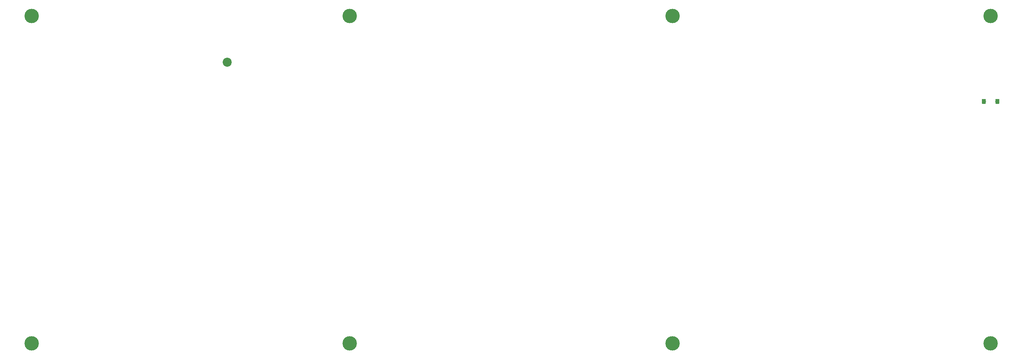
<source format=gbr>
G04 #@! TF.GenerationSoftware,KiCad,Pcbnew,(5.1.4-0-10_14)*
G04 #@! TF.CreationDate,2021-10-03T11:39:58-05:00*
G04 #@! TF.ProjectId,lucy_bottom_plate,6c756379-5f62-46f7-9474-6f6d5f706c61,rev?*
G04 #@! TF.SameCoordinates,Original*
G04 #@! TF.FileFunction,Soldermask,Top*
G04 #@! TF.FilePolarity,Negative*
%FSLAX46Y46*%
G04 Gerber Fmt 4.6, Leading zero omitted, Abs format (unit mm)*
G04 Created by KiCad (PCBNEW (5.1.4-0-10_14)) date 2021-10-03 11:39:58*
%MOMM*%
%LPD*%
G04 APERTURE LIST*
%ADD10C,0.100000*%
%ADD11C,1.000000*%
%ADD12C,2.200000*%
%ADD13C,3.500000*%
G04 APERTURE END LIST*
D10*
G36*
X387985874Y-58920044D02*
G01*
X388010143Y-58923644D01*
X388033941Y-58929605D01*
X388057041Y-58937870D01*
X388079219Y-58948360D01*
X388100263Y-58960973D01*
X388119968Y-58975587D01*
X388138147Y-58992063D01*
X388154623Y-59010242D01*
X388169237Y-59029947D01*
X388181850Y-59050991D01*
X388192340Y-59073169D01*
X388200605Y-59096269D01*
X388206566Y-59120067D01*
X388210166Y-59144336D01*
X388211370Y-59168840D01*
X388211370Y-59868840D01*
X388210166Y-59893344D01*
X388206566Y-59917613D01*
X388200605Y-59941411D01*
X388192340Y-59964511D01*
X388181850Y-59986689D01*
X388169237Y-60007733D01*
X388154623Y-60027438D01*
X388138147Y-60045617D01*
X388119968Y-60062093D01*
X388100263Y-60076707D01*
X388079219Y-60089320D01*
X388057041Y-60099810D01*
X388033941Y-60108075D01*
X388010143Y-60114036D01*
X387985874Y-60117636D01*
X387961370Y-60118840D01*
X387461370Y-60118840D01*
X387436866Y-60117636D01*
X387412597Y-60114036D01*
X387388799Y-60108075D01*
X387365699Y-60099810D01*
X387343521Y-60089320D01*
X387322477Y-60076707D01*
X387302772Y-60062093D01*
X387284593Y-60045617D01*
X387268117Y-60027438D01*
X387253503Y-60007733D01*
X387240890Y-59986689D01*
X387230400Y-59964511D01*
X387222135Y-59941411D01*
X387216174Y-59917613D01*
X387212574Y-59893344D01*
X387211370Y-59868840D01*
X387211370Y-59168840D01*
X387212574Y-59144336D01*
X387216174Y-59120067D01*
X387222135Y-59096269D01*
X387230400Y-59073169D01*
X387240890Y-59050991D01*
X387253503Y-59029947D01*
X387268117Y-59010242D01*
X387284593Y-58992063D01*
X387302772Y-58975587D01*
X387322477Y-58960973D01*
X387343521Y-58948360D01*
X387365699Y-58937870D01*
X387388799Y-58929605D01*
X387412597Y-58923644D01*
X387436866Y-58920044D01*
X387461370Y-58918840D01*
X387961370Y-58918840D01*
X387985874Y-58920044D01*
X387985874Y-58920044D01*
G37*
D11*
X387711370Y-59518840D03*
D10*
G36*
X391285874Y-58920044D02*
G01*
X391310143Y-58923644D01*
X391333941Y-58929605D01*
X391357041Y-58937870D01*
X391379219Y-58948360D01*
X391400263Y-58960973D01*
X391419968Y-58975587D01*
X391438147Y-58992063D01*
X391454623Y-59010242D01*
X391469237Y-59029947D01*
X391481850Y-59050991D01*
X391492340Y-59073169D01*
X391500605Y-59096269D01*
X391506566Y-59120067D01*
X391510166Y-59144336D01*
X391511370Y-59168840D01*
X391511370Y-59868840D01*
X391510166Y-59893344D01*
X391506566Y-59917613D01*
X391500605Y-59941411D01*
X391492340Y-59964511D01*
X391481850Y-59986689D01*
X391469237Y-60007733D01*
X391454623Y-60027438D01*
X391438147Y-60045617D01*
X391419968Y-60062093D01*
X391400263Y-60076707D01*
X391379219Y-60089320D01*
X391357041Y-60099810D01*
X391333941Y-60108075D01*
X391310143Y-60114036D01*
X391285874Y-60117636D01*
X391261370Y-60118840D01*
X390761370Y-60118840D01*
X390736866Y-60117636D01*
X390712597Y-60114036D01*
X390688799Y-60108075D01*
X390665699Y-60099810D01*
X390643521Y-60089320D01*
X390622477Y-60076707D01*
X390602772Y-60062093D01*
X390584593Y-60045617D01*
X390568117Y-60027438D01*
X390553503Y-60007733D01*
X390540890Y-59986689D01*
X390530400Y-59964511D01*
X390522135Y-59941411D01*
X390516174Y-59917613D01*
X390512574Y-59893344D01*
X390511370Y-59868840D01*
X390511370Y-59168840D01*
X390512574Y-59144336D01*
X390516174Y-59120067D01*
X390522135Y-59096269D01*
X390530400Y-59073169D01*
X390540890Y-59050991D01*
X390553503Y-59029947D01*
X390568117Y-59010242D01*
X390584593Y-58992063D01*
X390602772Y-58975587D01*
X390622477Y-58960973D01*
X390643521Y-58948360D01*
X390665699Y-58937870D01*
X390688799Y-58929605D01*
X390712597Y-58923644D01*
X390736866Y-58920044D01*
X390761370Y-58918840D01*
X391261370Y-58918840D01*
X391285874Y-58920044D01*
X391285874Y-58920044D01*
G37*
D11*
X391011370Y-59518840D03*
D12*
X203623474Y-49993944D03*
D13*
X311970354Y-118454889D03*
X311970354Y-38682951D03*
X233389042Y-118454889D03*
X233389042Y-38682951D03*
X155998322Y-118454889D03*
X155998322Y-38683016D03*
X389360818Y-38683016D03*
X389360818Y-118454824D03*
M02*

</source>
